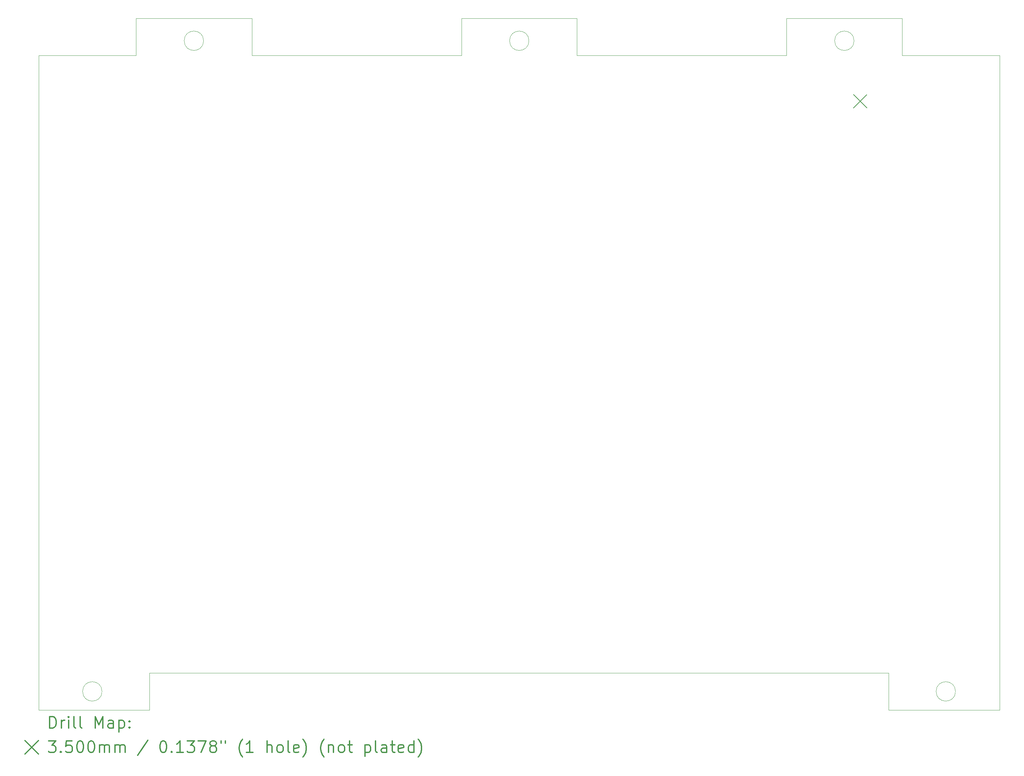
<source format=gbr>
%FSLAX45Y45*%
G04 Gerber Fmt 4.5, Leading zero omitted, Abs format (unit mm)*
G04 Created by KiCad (PCBNEW (5.1.10)-1) date 2021-12-21 23:54:28*
%MOMM*%
%LPD*%
G01*
G04 APERTURE LIST*
%TA.AperFunction,Profile*%
%ADD10C,0.050000*%
%TD*%
%ADD11C,0.200000*%
%ADD12C,0.300000*%
G04 APERTURE END LIST*
D10*
X28645420Y-25683900D02*
G75*
G03*
X28645420Y-25683900I-250000J0D01*
G01*
X6649020Y-25683900D02*
G75*
G03*
X6649020Y-25683900I-250000J0D01*
G01*
X10515600Y-8318000D02*
X7525000Y-8318000D01*
X26031000Y-8894500D02*
G75*
G03*
X26031000Y-8894500I-250000J0D01*
G01*
X17652300Y-8894500D02*
G75*
G03*
X17652300Y-8894500I-250000J0D01*
G01*
X9267000Y-8894500D02*
G75*
G03*
X9267000Y-8894500I-250000J0D01*
G01*
X15913600Y-8318000D02*
X18891000Y-8318000D01*
X15913600Y-8318000D02*
X15913600Y-9271000D01*
X18891000Y-9271000D02*
X18891000Y-8318000D01*
X24289000Y-9271000D02*
X18891000Y-9271000D01*
X24289000Y-9271000D02*
X24289000Y-8318000D01*
X24289000Y-8318000D02*
X27273000Y-8318000D01*
X27273000Y-8318000D02*
X27273000Y-9271000D01*
X10515600Y-8318000D02*
X10515600Y-9271000D01*
X7525000Y-9271000D02*
X7525000Y-8318000D01*
X15913600Y-9271000D02*
X10515600Y-9271000D01*
X29781500Y-9271000D02*
X27273000Y-9271000D01*
X7525000Y-9271000D02*
X5016500Y-9271000D01*
X5016500Y-25019000D02*
X5016500Y-9271000D01*
X29781500Y-26162000D02*
X29781500Y-25019000D01*
X26924000Y-26162000D02*
X29781500Y-26162000D01*
X26924000Y-25209500D02*
X26924000Y-26162000D01*
X7873500Y-25209500D02*
X26924000Y-25209500D01*
X7873500Y-26162000D02*
X7873500Y-25209500D01*
X5016500Y-26162000D02*
X7873500Y-26162000D01*
X5016500Y-25971500D02*
X5016500Y-26162000D01*
X5016500Y-25971500D02*
X5016500Y-25019000D01*
X29781500Y-9271000D02*
X29781500Y-25019000D01*
D11*
X26017480Y-10279880D02*
X26367480Y-10629880D01*
X26367480Y-10279880D02*
X26017480Y-10629880D01*
D12*
X5300428Y-26630214D02*
X5300428Y-26330214D01*
X5371857Y-26330214D01*
X5414714Y-26344500D01*
X5443286Y-26373071D01*
X5457571Y-26401643D01*
X5471857Y-26458786D01*
X5471857Y-26501643D01*
X5457571Y-26558786D01*
X5443286Y-26587357D01*
X5414714Y-26615929D01*
X5371857Y-26630214D01*
X5300428Y-26630214D01*
X5600428Y-26630214D02*
X5600428Y-26430214D01*
X5600428Y-26487357D02*
X5614714Y-26458786D01*
X5629000Y-26444500D01*
X5657571Y-26430214D01*
X5686143Y-26430214D01*
X5786143Y-26630214D02*
X5786143Y-26430214D01*
X5786143Y-26330214D02*
X5771857Y-26344500D01*
X5786143Y-26358786D01*
X5800428Y-26344500D01*
X5786143Y-26330214D01*
X5786143Y-26358786D01*
X5971857Y-26630214D02*
X5943286Y-26615929D01*
X5929000Y-26587357D01*
X5929000Y-26330214D01*
X6129000Y-26630214D02*
X6100428Y-26615929D01*
X6086143Y-26587357D01*
X6086143Y-26330214D01*
X6471857Y-26630214D02*
X6471857Y-26330214D01*
X6571857Y-26544500D01*
X6671857Y-26330214D01*
X6671857Y-26630214D01*
X6943286Y-26630214D02*
X6943286Y-26473071D01*
X6929000Y-26444500D01*
X6900428Y-26430214D01*
X6843286Y-26430214D01*
X6814714Y-26444500D01*
X6943286Y-26615929D02*
X6914714Y-26630214D01*
X6843286Y-26630214D01*
X6814714Y-26615929D01*
X6800428Y-26587357D01*
X6800428Y-26558786D01*
X6814714Y-26530214D01*
X6843286Y-26515929D01*
X6914714Y-26515929D01*
X6943286Y-26501643D01*
X7086143Y-26430214D02*
X7086143Y-26730214D01*
X7086143Y-26444500D02*
X7114714Y-26430214D01*
X7171857Y-26430214D01*
X7200428Y-26444500D01*
X7214714Y-26458786D01*
X7229000Y-26487357D01*
X7229000Y-26573071D01*
X7214714Y-26601643D01*
X7200428Y-26615929D01*
X7171857Y-26630214D01*
X7114714Y-26630214D01*
X7086143Y-26615929D01*
X7357571Y-26601643D02*
X7371857Y-26615929D01*
X7357571Y-26630214D01*
X7343286Y-26615929D01*
X7357571Y-26601643D01*
X7357571Y-26630214D01*
X7357571Y-26444500D02*
X7371857Y-26458786D01*
X7357571Y-26473071D01*
X7343286Y-26458786D01*
X7357571Y-26444500D01*
X7357571Y-26473071D01*
X4664000Y-26949500D02*
X5014000Y-27299500D01*
X5014000Y-26949500D02*
X4664000Y-27299500D01*
X5271857Y-26960214D02*
X5457571Y-26960214D01*
X5357571Y-27074500D01*
X5400428Y-27074500D01*
X5429000Y-27088786D01*
X5443286Y-27103071D01*
X5457571Y-27131643D01*
X5457571Y-27203071D01*
X5443286Y-27231643D01*
X5429000Y-27245929D01*
X5400428Y-27260214D01*
X5314714Y-27260214D01*
X5286143Y-27245929D01*
X5271857Y-27231643D01*
X5586143Y-27231643D02*
X5600428Y-27245929D01*
X5586143Y-27260214D01*
X5571857Y-27245929D01*
X5586143Y-27231643D01*
X5586143Y-27260214D01*
X5871857Y-26960214D02*
X5729000Y-26960214D01*
X5714714Y-27103071D01*
X5729000Y-27088786D01*
X5757571Y-27074500D01*
X5829000Y-27074500D01*
X5857571Y-27088786D01*
X5871857Y-27103071D01*
X5886143Y-27131643D01*
X5886143Y-27203071D01*
X5871857Y-27231643D01*
X5857571Y-27245929D01*
X5829000Y-27260214D01*
X5757571Y-27260214D01*
X5729000Y-27245929D01*
X5714714Y-27231643D01*
X6071857Y-26960214D02*
X6100428Y-26960214D01*
X6129000Y-26974500D01*
X6143286Y-26988786D01*
X6157571Y-27017357D01*
X6171857Y-27074500D01*
X6171857Y-27145929D01*
X6157571Y-27203071D01*
X6143286Y-27231643D01*
X6129000Y-27245929D01*
X6100428Y-27260214D01*
X6071857Y-27260214D01*
X6043286Y-27245929D01*
X6029000Y-27231643D01*
X6014714Y-27203071D01*
X6000428Y-27145929D01*
X6000428Y-27074500D01*
X6014714Y-27017357D01*
X6029000Y-26988786D01*
X6043286Y-26974500D01*
X6071857Y-26960214D01*
X6357571Y-26960214D02*
X6386143Y-26960214D01*
X6414714Y-26974500D01*
X6429000Y-26988786D01*
X6443286Y-27017357D01*
X6457571Y-27074500D01*
X6457571Y-27145929D01*
X6443286Y-27203071D01*
X6429000Y-27231643D01*
X6414714Y-27245929D01*
X6386143Y-27260214D01*
X6357571Y-27260214D01*
X6329000Y-27245929D01*
X6314714Y-27231643D01*
X6300428Y-27203071D01*
X6286143Y-27145929D01*
X6286143Y-27074500D01*
X6300428Y-27017357D01*
X6314714Y-26988786D01*
X6329000Y-26974500D01*
X6357571Y-26960214D01*
X6586143Y-27260214D02*
X6586143Y-27060214D01*
X6586143Y-27088786D02*
X6600428Y-27074500D01*
X6629000Y-27060214D01*
X6671857Y-27060214D01*
X6700428Y-27074500D01*
X6714714Y-27103071D01*
X6714714Y-27260214D01*
X6714714Y-27103071D02*
X6729000Y-27074500D01*
X6757571Y-27060214D01*
X6800428Y-27060214D01*
X6829000Y-27074500D01*
X6843286Y-27103071D01*
X6843286Y-27260214D01*
X6986143Y-27260214D02*
X6986143Y-27060214D01*
X6986143Y-27088786D02*
X7000428Y-27074500D01*
X7029000Y-27060214D01*
X7071857Y-27060214D01*
X7100428Y-27074500D01*
X7114714Y-27103071D01*
X7114714Y-27260214D01*
X7114714Y-27103071D02*
X7129000Y-27074500D01*
X7157571Y-27060214D01*
X7200428Y-27060214D01*
X7229000Y-27074500D01*
X7243286Y-27103071D01*
X7243286Y-27260214D01*
X7829000Y-26945929D02*
X7571857Y-27331643D01*
X8214714Y-26960214D02*
X8243286Y-26960214D01*
X8271857Y-26974500D01*
X8286143Y-26988786D01*
X8300428Y-27017357D01*
X8314714Y-27074500D01*
X8314714Y-27145929D01*
X8300428Y-27203071D01*
X8286143Y-27231643D01*
X8271857Y-27245929D01*
X8243286Y-27260214D01*
X8214714Y-27260214D01*
X8186143Y-27245929D01*
X8171857Y-27231643D01*
X8157571Y-27203071D01*
X8143286Y-27145929D01*
X8143286Y-27074500D01*
X8157571Y-27017357D01*
X8171857Y-26988786D01*
X8186143Y-26974500D01*
X8214714Y-26960214D01*
X8443286Y-27231643D02*
X8457571Y-27245929D01*
X8443286Y-27260214D01*
X8429000Y-27245929D01*
X8443286Y-27231643D01*
X8443286Y-27260214D01*
X8743286Y-27260214D02*
X8571857Y-27260214D01*
X8657571Y-27260214D02*
X8657571Y-26960214D01*
X8629000Y-27003071D01*
X8600428Y-27031643D01*
X8571857Y-27045929D01*
X8843286Y-26960214D02*
X9029000Y-26960214D01*
X8929000Y-27074500D01*
X8971857Y-27074500D01*
X9000428Y-27088786D01*
X9014714Y-27103071D01*
X9029000Y-27131643D01*
X9029000Y-27203071D01*
X9014714Y-27231643D01*
X9000428Y-27245929D01*
X8971857Y-27260214D01*
X8886143Y-27260214D01*
X8857571Y-27245929D01*
X8843286Y-27231643D01*
X9129000Y-26960214D02*
X9329000Y-26960214D01*
X9200428Y-27260214D01*
X9486143Y-27088786D02*
X9457571Y-27074500D01*
X9443286Y-27060214D01*
X9429000Y-27031643D01*
X9429000Y-27017357D01*
X9443286Y-26988786D01*
X9457571Y-26974500D01*
X9486143Y-26960214D01*
X9543286Y-26960214D01*
X9571857Y-26974500D01*
X9586143Y-26988786D01*
X9600428Y-27017357D01*
X9600428Y-27031643D01*
X9586143Y-27060214D01*
X9571857Y-27074500D01*
X9543286Y-27088786D01*
X9486143Y-27088786D01*
X9457571Y-27103071D01*
X9443286Y-27117357D01*
X9429000Y-27145929D01*
X9429000Y-27203071D01*
X9443286Y-27231643D01*
X9457571Y-27245929D01*
X9486143Y-27260214D01*
X9543286Y-27260214D01*
X9571857Y-27245929D01*
X9586143Y-27231643D01*
X9600428Y-27203071D01*
X9600428Y-27145929D01*
X9586143Y-27117357D01*
X9571857Y-27103071D01*
X9543286Y-27088786D01*
X9714714Y-26960214D02*
X9714714Y-27017357D01*
X9829000Y-26960214D02*
X9829000Y-27017357D01*
X10271857Y-27374500D02*
X10257571Y-27360214D01*
X10229000Y-27317357D01*
X10214714Y-27288786D01*
X10200428Y-27245929D01*
X10186143Y-27174500D01*
X10186143Y-27117357D01*
X10200428Y-27045929D01*
X10214714Y-27003071D01*
X10229000Y-26974500D01*
X10257571Y-26931643D01*
X10271857Y-26917357D01*
X10543286Y-27260214D02*
X10371857Y-27260214D01*
X10457571Y-27260214D02*
X10457571Y-26960214D01*
X10429000Y-27003071D01*
X10400428Y-27031643D01*
X10371857Y-27045929D01*
X10900428Y-27260214D02*
X10900428Y-26960214D01*
X11029000Y-27260214D02*
X11029000Y-27103071D01*
X11014714Y-27074500D01*
X10986143Y-27060214D01*
X10943286Y-27060214D01*
X10914714Y-27074500D01*
X10900428Y-27088786D01*
X11214714Y-27260214D02*
X11186143Y-27245929D01*
X11171857Y-27231643D01*
X11157571Y-27203071D01*
X11157571Y-27117357D01*
X11171857Y-27088786D01*
X11186143Y-27074500D01*
X11214714Y-27060214D01*
X11257571Y-27060214D01*
X11286143Y-27074500D01*
X11300428Y-27088786D01*
X11314714Y-27117357D01*
X11314714Y-27203071D01*
X11300428Y-27231643D01*
X11286143Y-27245929D01*
X11257571Y-27260214D01*
X11214714Y-27260214D01*
X11486143Y-27260214D02*
X11457571Y-27245929D01*
X11443286Y-27217357D01*
X11443286Y-26960214D01*
X11714714Y-27245929D02*
X11686143Y-27260214D01*
X11629000Y-27260214D01*
X11600428Y-27245929D01*
X11586143Y-27217357D01*
X11586143Y-27103071D01*
X11600428Y-27074500D01*
X11629000Y-27060214D01*
X11686143Y-27060214D01*
X11714714Y-27074500D01*
X11729000Y-27103071D01*
X11729000Y-27131643D01*
X11586143Y-27160214D01*
X11829000Y-27374500D02*
X11843286Y-27360214D01*
X11871857Y-27317357D01*
X11886143Y-27288786D01*
X11900428Y-27245929D01*
X11914714Y-27174500D01*
X11914714Y-27117357D01*
X11900428Y-27045929D01*
X11886143Y-27003071D01*
X11871857Y-26974500D01*
X11843286Y-26931643D01*
X11829000Y-26917357D01*
X12371857Y-27374500D02*
X12357571Y-27360214D01*
X12329000Y-27317357D01*
X12314714Y-27288786D01*
X12300428Y-27245929D01*
X12286143Y-27174500D01*
X12286143Y-27117357D01*
X12300428Y-27045929D01*
X12314714Y-27003071D01*
X12329000Y-26974500D01*
X12357571Y-26931643D01*
X12371857Y-26917357D01*
X12486143Y-27060214D02*
X12486143Y-27260214D01*
X12486143Y-27088786D02*
X12500428Y-27074500D01*
X12529000Y-27060214D01*
X12571857Y-27060214D01*
X12600428Y-27074500D01*
X12614714Y-27103071D01*
X12614714Y-27260214D01*
X12800428Y-27260214D02*
X12771857Y-27245929D01*
X12757571Y-27231643D01*
X12743286Y-27203071D01*
X12743286Y-27117357D01*
X12757571Y-27088786D01*
X12771857Y-27074500D01*
X12800428Y-27060214D01*
X12843286Y-27060214D01*
X12871857Y-27074500D01*
X12886143Y-27088786D01*
X12900428Y-27117357D01*
X12900428Y-27203071D01*
X12886143Y-27231643D01*
X12871857Y-27245929D01*
X12843286Y-27260214D01*
X12800428Y-27260214D01*
X12986143Y-27060214D02*
X13100428Y-27060214D01*
X13029000Y-26960214D02*
X13029000Y-27217357D01*
X13043286Y-27245929D01*
X13071857Y-27260214D01*
X13100428Y-27260214D01*
X13429000Y-27060214D02*
X13429000Y-27360214D01*
X13429000Y-27074500D02*
X13457571Y-27060214D01*
X13514714Y-27060214D01*
X13543286Y-27074500D01*
X13557571Y-27088786D01*
X13571857Y-27117357D01*
X13571857Y-27203071D01*
X13557571Y-27231643D01*
X13543286Y-27245929D01*
X13514714Y-27260214D01*
X13457571Y-27260214D01*
X13429000Y-27245929D01*
X13743286Y-27260214D02*
X13714714Y-27245929D01*
X13700428Y-27217357D01*
X13700428Y-26960214D01*
X13986143Y-27260214D02*
X13986143Y-27103071D01*
X13971857Y-27074500D01*
X13943286Y-27060214D01*
X13886143Y-27060214D01*
X13857571Y-27074500D01*
X13986143Y-27245929D02*
X13957571Y-27260214D01*
X13886143Y-27260214D01*
X13857571Y-27245929D01*
X13843286Y-27217357D01*
X13843286Y-27188786D01*
X13857571Y-27160214D01*
X13886143Y-27145929D01*
X13957571Y-27145929D01*
X13986143Y-27131643D01*
X14086143Y-27060214D02*
X14200428Y-27060214D01*
X14129000Y-26960214D02*
X14129000Y-27217357D01*
X14143286Y-27245929D01*
X14171857Y-27260214D01*
X14200428Y-27260214D01*
X14414714Y-27245929D02*
X14386143Y-27260214D01*
X14329000Y-27260214D01*
X14300428Y-27245929D01*
X14286143Y-27217357D01*
X14286143Y-27103071D01*
X14300428Y-27074500D01*
X14329000Y-27060214D01*
X14386143Y-27060214D01*
X14414714Y-27074500D01*
X14429000Y-27103071D01*
X14429000Y-27131643D01*
X14286143Y-27160214D01*
X14686143Y-27260214D02*
X14686143Y-26960214D01*
X14686143Y-27245929D02*
X14657571Y-27260214D01*
X14600428Y-27260214D01*
X14571857Y-27245929D01*
X14557571Y-27231643D01*
X14543286Y-27203071D01*
X14543286Y-27117357D01*
X14557571Y-27088786D01*
X14571857Y-27074500D01*
X14600428Y-27060214D01*
X14657571Y-27060214D01*
X14686143Y-27074500D01*
X14800428Y-27374500D02*
X14814714Y-27360214D01*
X14843286Y-27317357D01*
X14857571Y-27288786D01*
X14871857Y-27245929D01*
X14886143Y-27174500D01*
X14886143Y-27117357D01*
X14871857Y-27045929D01*
X14857571Y-27003071D01*
X14843286Y-26974500D01*
X14814714Y-26931643D01*
X14800428Y-26917357D01*
M02*

</source>
